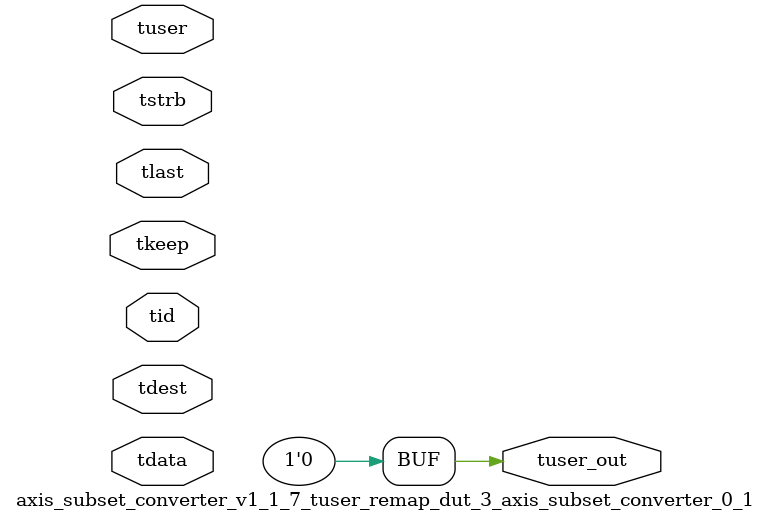
<source format=v>


`timescale 1ps/1ps

module axis_subset_converter_v1_1_7_tuser_remap_dut_3_axis_subset_converter_0_1 #
(
parameter C_S_AXIS_TUSER_WIDTH = 1,
parameter C_S_AXIS_TDATA_WIDTH = 32,
parameter C_S_AXIS_TID_WIDTH   = 0,
parameter C_S_AXIS_TDEST_WIDTH = 0,
parameter C_M_AXIS_TUSER_WIDTH = 1
)
(
input  [(C_S_AXIS_TUSER_WIDTH == 0 ? 1 : C_S_AXIS_TUSER_WIDTH)-1:0     ] tuser,
input  [(C_S_AXIS_TDATA_WIDTH == 0 ? 1 : C_S_AXIS_TDATA_WIDTH)-1:0     ] tdata,
input  [(C_S_AXIS_TID_WIDTH   == 0 ? 1 : C_S_AXIS_TID_WIDTH)-1:0       ] tid,
input  [(C_S_AXIS_TDEST_WIDTH == 0 ? 1 : C_S_AXIS_TDEST_WIDTH)-1:0     ] tdest,
input  [(C_S_AXIS_TDATA_WIDTH/8)-1:0 ] tkeep,
input  [(C_S_AXIS_TDATA_WIDTH/8)-1:0 ] tstrb,
input                                                                    tlast,
output [C_M_AXIS_TUSER_WIDTH-1:0] tuser_out
);

assign tuser_out = {1'b0};

endmodule


</source>
